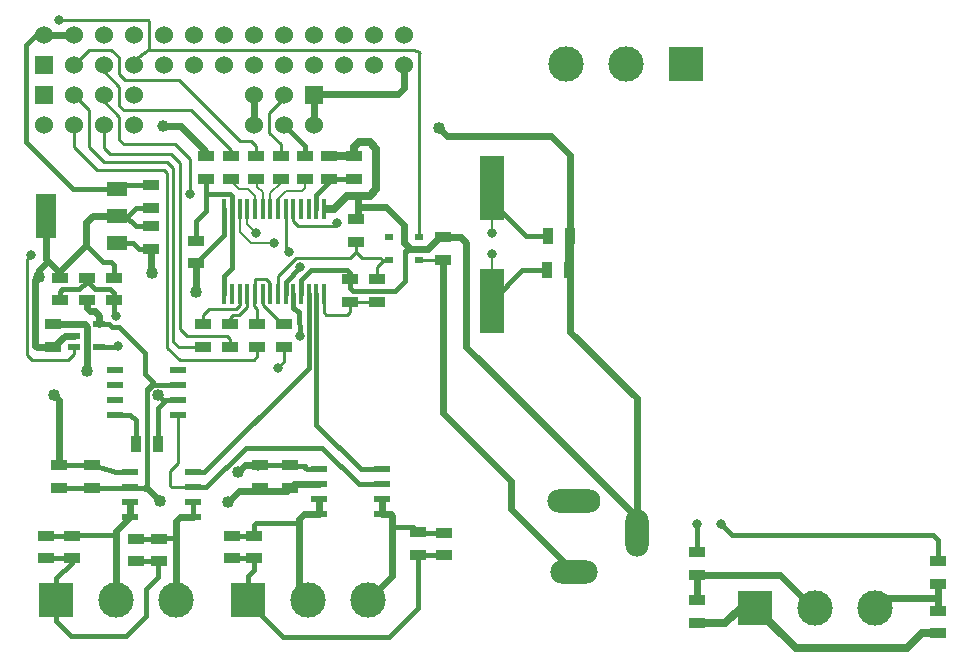
<source format=gtl>
G04 (created by PCBNEW (2013-08-09 BZR 4280)-product) date 8/17/2013 3:52:17 PM*
%MOIN*%
G04 Gerber Fmt 3.4, Leading zero omitted, Abs format*
%FSLAX34Y34*%
G01*
G70*
G90*
G04 APERTURE LIST*
%ADD10C,0.001000*%
%ADD11R,0.118100X0.118100*%
%ADD12C,0.118100*%
%ADD13R,0.060000X0.060000*%
%ADD14C,0.060000*%
%ADD15R,0.055000X0.035000*%
%ADD16R,0.035000X0.055000*%
%ADD17O,0.078700X0.157500*%
%ADD18O,0.157500X0.078700*%
%ADD19O,0.177200X0.078700*%
%ADD20R,0.039400X0.023600*%
%ADD21R,0.070900X0.051200*%
%ADD22R,0.070900X0.149600*%
%ADD23R,0.030000X0.020000*%
%ADD24R,0.055100X0.023600*%
%ADD25R,0.016000X0.065000*%
%ADD26R,0.078700X0.216500*%
%ADD27C,0.040000*%
%ADD28C,0.039370*%
%ADD29C,0.032000*%
%ADD30C,0.018000*%
%ADD31C,0.010000*%
%ADD32C,0.024000*%
%ADD33C,0.025000*%
%ADD34C,0.007874*%
G04 APERTURE END LIST*
G54D10*
G54D11*
X65800Y-63600D03*
G54D12*
X67800Y-63600D03*
X69800Y-63600D03*
G54D13*
X65389Y-46774D03*
G54D14*
X65389Y-47774D03*
X66389Y-46774D03*
X66389Y-47774D03*
X67389Y-46774D03*
X67389Y-47774D03*
X68389Y-46774D03*
X68389Y-47774D03*
G54D13*
X65385Y-45776D03*
G54D14*
X65385Y-44776D03*
X66385Y-45776D03*
X66385Y-44776D03*
X67385Y-45776D03*
X67385Y-44776D03*
X68385Y-45776D03*
X68385Y-44776D03*
X69385Y-45776D03*
X69385Y-44776D03*
X70385Y-45776D03*
X70385Y-44776D03*
X71385Y-45776D03*
X71385Y-44776D03*
X72385Y-45776D03*
X72385Y-44776D03*
X73385Y-45776D03*
X73385Y-44776D03*
X74385Y-45776D03*
X74385Y-44776D03*
X75385Y-45776D03*
X75385Y-44776D03*
X76385Y-45776D03*
X76385Y-44776D03*
X77385Y-45776D03*
X77385Y-44776D03*
G54D15*
X65680Y-54425D03*
X65680Y-55175D03*
X78700Y-52275D03*
X78700Y-51525D03*
X68954Y-51905D03*
X68954Y-51155D03*
X67718Y-53624D03*
X67718Y-52874D03*
X68948Y-49785D03*
X68948Y-50535D03*
X75800Y-51675D03*
X75800Y-50925D03*
G54D16*
X68445Y-58400D03*
X69195Y-58400D03*
G54D15*
X87144Y-62023D03*
X87144Y-62773D03*
X95190Y-62325D03*
X95190Y-63075D03*
X75600Y-53675D03*
X75600Y-52925D03*
X72600Y-59875D03*
X72600Y-59125D03*
X73600Y-59875D03*
X73600Y-59125D03*
X70470Y-51635D03*
X70470Y-52385D03*
G54D16*
X82145Y-52620D03*
X82895Y-52620D03*
G54D15*
X75720Y-49575D03*
X75720Y-48825D03*
X74900Y-49575D03*
X74900Y-48825D03*
G54D16*
X82185Y-51480D03*
X82935Y-51480D03*
G54D15*
X65900Y-59875D03*
X65900Y-59125D03*
X67000Y-59875D03*
X67000Y-59125D03*
X76500Y-52925D03*
X76500Y-53675D03*
X70800Y-49575D03*
X70800Y-48825D03*
G54D17*
X85147Y-61382D03*
G54D18*
X83060Y-62662D03*
G54D19*
X83060Y-60299D03*
G54D11*
X89100Y-63860D03*
G54D12*
X91100Y-63860D03*
X93100Y-63860D03*
G54D11*
X86780Y-45740D03*
G54D12*
X84780Y-45740D03*
X82780Y-45740D03*
G54D13*
X74380Y-46780D03*
G54D14*
X74380Y-47780D03*
X73380Y-46780D03*
X73380Y-47780D03*
X72380Y-46780D03*
X72380Y-47780D03*
G54D11*
X72200Y-63600D03*
G54D12*
X74200Y-63600D03*
X76200Y-63600D03*
G54D15*
X66815Y-52874D03*
X66815Y-53624D03*
X65920Y-52865D03*
X65920Y-53615D03*
X87160Y-63615D03*
X87160Y-64365D03*
X95200Y-63965D03*
X95200Y-64715D03*
X70700Y-55175D03*
X70700Y-54425D03*
X72500Y-55175D03*
X72500Y-54425D03*
X71600Y-55175D03*
X71600Y-54425D03*
X73400Y-55175D03*
X73400Y-54425D03*
X72440Y-49575D03*
X72440Y-48825D03*
X74080Y-49575D03*
X74080Y-48825D03*
X71620Y-49575D03*
X71620Y-48825D03*
X73280Y-49575D03*
X73280Y-48825D03*
G54D20*
X66384Y-54425D03*
X66384Y-55175D03*
X66384Y-54800D03*
X67216Y-55175D03*
X67216Y-54425D03*
G54D21*
X67821Y-51706D03*
X67821Y-50800D03*
X67821Y-49894D03*
G54D22*
X65459Y-50800D03*
G54D23*
X77900Y-52275D03*
X77900Y-51525D03*
X76900Y-52275D03*
X77900Y-51900D03*
X76900Y-51525D03*
G54D24*
X67770Y-57450D03*
X69870Y-57450D03*
X67770Y-56950D03*
X67770Y-56450D03*
X67770Y-55950D03*
X69870Y-56950D03*
X69870Y-56450D03*
X69870Y-55950D03*
G54D25*
X72932Y-53397D03*
X73188Y-53397D03*
X73444Y-53397D03*
X73700Y-53397D03*
X72164Y-50563D03*
X72164Y-53397D03*
X72420Y-53397D03*
X72676Y-53397D03*
X73956Y-50563D03*
X73700Y-50563D03*
X73444Y-50563D03*
X73188Y-50563D03*
X72932Y-50563D03*
X72676Y-50563D03*
X73956Y-53397D03*
X72420Y-50563D03*
X71908Y-50563D03*
X71653Y-50563D03*
X71397Y-50563D03*
X71397Y-53397D03*
X71653Y-53397D03*
X71908Y-53397D03*
X74212Y-53397D03*
X74467Y-53397D03*
X74723Y-53397D03*
X74723Y-50563D03*
X74467Y-50563D03*
X74212Y-50563D03*
G54D24*
X68250Y-60850D03*
X70350Y-60850D03*
X68250Y-60350D03*
X68250Y-59850D03*
X68250Y-59350D03*
X70350Y-60350D03*
X70350Y-59850D03*
X70350Y-59350D03*
X74550Y-60750D03*
X76650Y-60750D03*
X74550Y-60250D03*
X74550Y-59750D03*
X74550Y-59250D03*
X76650Y-60250D03*
X76650Y-59750D03*
X76650Y-59250D03*
G54D26*
X80320Y-53630D03*
X80320Y-49890D03*
G54D15*
X71670Y-62220D03*
X71670Y-61470D03*
X72401Y-62220D03*
X72401Y-61470D03*
X77865Y-62100D03*
X77865Y-61350D03*
X78720Y-62115D03*
X78720Y-61365D03*
X69230Y-62318D03*
X69230Y-61568D03*
X68467Y-62318D03*
X68467Y-61568D03*
X65457Y-62213D03*
X65457Y-61463D03*
X66325Y-62220D03*
X66325Y-61470D03*
G54D27*
X71533Y-60347D03*
X69251Y-60305D03*
X71862Y-59346D03*
X65730Y-56770D03*
X69192Y-56772D03*
X65208Y-52833D03*
X69000Y-52700D03*
X66820Y-55960D03*
X78556Y-47880D03*
X70460Y-53340D03*
G54D28*
X69360Y-47820D03*
G54D29*
X64965Y-52125D03*
X65905Y-44282D03*
X87960Y-61080D03*
X73906Y-54802D03*
X73920Y-52494D03*
X87142Y-61072D03*
X72460Y-51380D03*
X80320Y-51360D03*
X73060Y-51700D03*
X80320Y-52060D03*
X67858Y-55146D03*
X67795Y-54159D03*
X73560Y-52000D03*
X75160Y-51052D03*
X73180Y-55860D03*
X70240Y-50060D03*
G54D30*
X65457Y-62213D02*
X66318Y-62213D01*
X65800Y-62888D02*
X65800Y-63600D01*
X66311Y-62377D02*
X65800Y-62888D01*
X66311Y-62220D02*
X66311Y-62377D01*
X66318Y-62213D02*
X66311Y-62220D01*
X65457Y-61463D02*
X66318Y-61463D01*
X66328Y-61453D02*
X67800Y-61453D01*
X66318Y-61463D02*
X66328Y-61453D01*
G54D31*
X76900Y-52275D02*
X76675Y-52275D01*
X76000Y-52200D02*
X75800Y-52000D01*
X76600Y-52200D02*
X76000Y-52200D01*
X76675Y-52275D02*
X76600Y-52200D01*
X75800Y-51675D02*
X75800Y-52000D01*
X73188Y-52812D02*
X73188Y-53397D01*
X75800Y-52000D02*
X75600Y-52200D01*
X75600Y-52200D02*
X73800Y-52200D01*
X73800Y-52200D02*
X73188Y-52812D01*
X76500Y-52925D02*
X76500Y-52500D01*
X76875Y-52300D02*
X76900Y-52275D01*
X76700Y-52300D02*
X76875Y-52300D01*
X76500Y-52500D02*
X76700Y-52300D01*
G54D30*
X66840Y-49898D02*
X66345Y-49898D01*
X66345Y-49898D02*
X64782Y-48335D01*
X68948Y-49785D02*
X67930Y-49785D01*
X67930Y-49785D02*
X67821Y-49894D01*
X67821Y-49894D02*
X67266Y-49894D01*
X67266Y-49894D02*
X66840Y-49898D01*
X66840Y-49898D02*
X66740Y-49900D01*
G54D31*
X67930Y-49785D02*
X67821Y-49894D01*
G54D32*
X68740Y-59875D02*
X68821Y-59875D01*
X73725Y-59750D02*
X74550Y-59750D01*
X73485Y-59990D02*
X73725Y-59750D01*
X71890Y-59990D02*
X73485Y-59990D01*
X71533Y-60347D02*
X71890Y-59990D01*
X68821Y-59875D02*
X69251Y-60305D01*
X67216Y-54425D02*
X67216Y-54133D01*
X66815Y-53886D02*
X66815Y-53624D01*
X66920Y-53991D02*
X66815Y-53886D01*
X67074Y-53991D02*
X66920Y-53991D01*
X67216Y-54133D02*
X67074Y-53991D01*
G54D30*
X69010Y-56450D02*
X69010Y-56350D01*
X68740Y-56080D02*
X68740Y-55380D01*
X69010Y-56350D02*
X68740Y-56080D01*
X68740Y-55380D02*
X67880Y-54520D01*
X67880Y-54520D02*
X67640Y-54520D01*
X67640Y-54520D02*
X67545Y-54425D01*
X67545Y-54425D02*
X67216Y-54425D01*
X69870Y-56450D02*
X69010Y-56450D01*
X69010Y-56450D02*
X68956Y-56450D01*
X68795Y-59875D02*
X68740Y-59875D01*
X68740Y-59875D02*
X65900Y-59875D01*
X68820Y-59850D02*
X68795Y-59875D01*
X68820Y-56586D02*
X68820Y-59850D01*
X68956Y-56450D02*
X68820Y-56586D01*
G54D31*
X67510Y-54390D02*
X67550Y-54390D01*
X68740Y-56100D02*
X69090Y-56450D01*
X68740Y-55380D02*
X68740Y-56100D01*
X67880Y-54520D02*
X68740Y-55380D01*
X67680Y-54520D02*
X67880Y-54520D01*
X67550Y-54390D02*
X67680Y-54520D01*
X69870Y-56450D02*
X69090Y-56450D01*
X69090Y-56450D02*
X69070Y-56450D01*
X69070Y-56450D02*
X68820Y-56700D01*
X68820Y-56700D02*
X68820Y-59840D01*
X67510Y-54390D02*
X67500Y-54400D01*
X67500Y-54400D02*
X67241Y-54400D01*
X67241Y-54400D02*
X67216Y-54425D01*
X68150Y-59850D02*
X65725Y-59850D01*
X65725Y-59850D02*
X65700Y-59875D01*
G54D30*
X68467Y-62318D02*
X69230Y-62318D01*
X69230Y-62318D02*
X69190Y-62358D01*
X69190Y-62358D02*
X69190Y-62830D01*
X69190Y-62830D02*
X68780Y-63240D01*
X68780Y-63240D02*
X68780Y-64140D01*
X68780Y-64140D02*
X68110Y-64810D01*
X68110Y-64810D02*
X66290Y-64810D01*
X66290Y-64810D02*
X65800Y-64320D01*
X65800Y-64320D02*
X65800Y-63600D01*
X71670Y-62220D02*
X72401Y-62220D01*
X77865Y-62100D02*
X78705Y-62100D01*
X78705Y-62100D02*
X78720Y-62115D01*
X72200Y-63600D02*
X72200Y-62800D01*
X72401Y-62599D02*
X72401Y-62220D01*
X72200Y-62800D02*
X72401Y-62599D01*
X72200Y-63600D02*
X72200Y-63680D01*
X77865Y-63870D02*
X77865Y-62100D01*
X76890Y-64845D02*
X77865Y-63870D01*
X73365Y-64845D02*
X76890Y-64845D01*
X72200Y-63680D02*
X73365Y-64845D01*
G54D32*
X65208Y-52833D02*
X65208Y-52618D01*
X65208Y-52618D02*
X65492Y-52333D01*
G54D30*
X74091Y-59130D02*
X74091Y-59193D01*
X72765Y-59125D02*
X72665Y-59124D01*
X72665Y-59124D02*
X74091Y-59130D01*
X72600Y-59125D02*
X72765Y-59125D01*
X74148Y-59250D02*
X74550Y-59250D01*
X74091Y-59193D02*
X74148Y-59250D01*
G54D32*
X72600Y-59125D02*
X72083Y-59125D01*
X72083Y-59125D02*
X71862Y-59346D01*
X65900Y-59125D02*
X65900Y-56940D01*
X65900Y-56940D02*
X65730Y-56770D01*
G54D30*
X75600Y-52925D02*
X75600Y-53200D01*
X75600Y-53200D02*
X75700Y-53300D01*
X75700Y-53300D02*
X77100Y-53300D01*
X77100Y-53300D02*
X77420Y-52980D01*
X77420Y-52980D02*
X77420Y-51990D01*
X77420Y-51990D02*
X77555Y-51855D01*
X75600Y-52925D02*
X75600Y-52700D01*
X75600Y-52700D02*
X75500Y-52600D01*
X75500Y-52600D02*
X74300Y-52600D01*
X74300Y-52600D02*
X73956Y-52944D01*
X73956Y-52944D02*
X73956Y-53397D01*
X65900Y-59125D02*
X67000Y-59125D01*
X67000Y-59125D02*
X67802Y-59356D01*
X67802Y-59356D02*
X68250Y-59350D01*
G54D33*
X87160Y-64365D02*
X88105Y-64365D01*
X88610Y-63860D02*
X89100Y-63860D01*
X88105Y-64365D02*
X88610Y-63860D01*
X95200Y-64715D02*
X94645Y-64715D01*
X90460Y-65220D02*
X89100Y-63860D01*
X94140Y-65220D02*
X90460Y-65220D01*
X94645Y-64715D02*
X94140Y-65220D01*
G54D31*
X75600Y-52925D02*
X75600Y-53200D01*
X75600Y-53200D02*
X75700Y-53300D01*
G54D33*
X75720Y-48500D02*
X75720Y-48825D01*
X75880Y-48340D02*
X75720Y-48500D01*
X76240Y-48340D02*
X75880Y-48340D01*
X76460Y-48560D02*
X76240Y-48340D01*
X76460Y-49920D02*
X76460Y-48560D01*
X76240Y-50140D02*
X76460Y-49920D01*
X75720Y-48825D02*
X74900Y-48825D01*
G54D31*
X72525Y-59250D02*
X72400Y-59125D01*
X65700Y-59125D02*
X66900Y-59125D01*
X66900Y-59125D02*
X66925Y-59100D01*
X73956Y-53397D02*
X73956Y-52944D01*
X75600Y-52700D02*
X75600Y-52925D01*
X75500Y-52600D02*
X75600Y-52700D01*
X74300Y-52600D02*
X75500Y-52600D01*
X73956Y-52944D02*
X74300Y-52600D01*
X75700Y-53300D02*
X77100Y-53300D01*
G54D33*
X75840Y-50140D02*
X76240Y-50140D01*
G54D32*
X75840Y-50160D02*
X75840Y-50500D01*
G54D31*
X75840Y-50140D02*
X75840Y-50160D01*
X77100Y-53300D02*
X77420Y-52980D01*
G54D33*
X74820Y-50563D02*
X75057Y-50563D01*
X75480Y-50140D02*
X75840Y-50140D01*
X75057Y-50563D02*
X75480Y-50140D01*
G54D32*
X75840Y-50500D02*
X76800Y-50500D01*
X76800Y-50500D02*
X77400Y-51100D01*
X77400Y-51100D02*
X77400Y-51700D01*
X77400Y-51700D02*
X77555Y-51855D01*
X77555Y-51855D02*
X77600Y-51900D01*
X77600Y-51900D02*
X78180Y-51900D01*
G54D31*
X77420Y-52080D02*
X77600Y-51900D01*
X77420Y-52980D02*
X77420Y-52080D01*
X77400Y-51700D02*
X77600Y-51900D01*
X77400Y-51100D02*
X77400Y-51700D01*
X76800Y-50500D02*
X77400Y-51100D01*
X75900Y-50500D02*
X76800Y-50500D01*
X75800Y-50600D02*
X75900Y-50500D01*
G54D30*
X69192Y-56772D02*
X69370Y-56950D01*
G54D32*
X65188Y-52853D02*
X65208Y-52833D01*
G54D30*
X65230Y-52855D02*
X65208Y-52833D01*
X65230Y-52855D02*
X65259Y-52884D01*
X65214Y-52854D02*
X65188Y-52853D01*
X65188Y-52853D02*
X65208Y-52833D01*
G54D32*
X65097Y-52944D02*
X65208Y-52833D01*
G54D30*
X65208Y-52833D02*
X65188Y-52853D01*
X65188Y-52853D02*
X65214Y-52854D01*
G54D32*
X65459Y-50800D02*
X65459Y-52239D01*
X65097Y-55131D02*
X65097Y-52944D01*
X65141Y-55175D02*
X65097Y-55131D01*
G54D30*
X65492Y-52333D02*
X65553Y-52333D01*
G54D32*
X65459Y-52239D02*
X65553Y-52333D01*
G54D30*
X68954Y-51905D02*
X68545Y-51905D01*
X68346Y-51706D02*
X67821Y-51706D01*
X68545Y-51905D02*
X68346Y-51706D01*
G54D32*
X78700Y-52275D02*
X78700Y-57380D01*
X80960Y-60562D02*
X83060Y-62662D01*
X80960Y-59640D02*
X80960Y-60562D01*
X78700Y-57380D02*
X80960Y-59640D01*
X68954Y-52654D02*
X68954Y-51905D01*
X69000Y-52700D02*
X68954Y-52654D01*
X66384Y-54425D02*
X66745Y-54425D01*
X66820Y-54500D02*
X66820Y-55960D01*
X66745Y-54425D02*
X66820Y-54500D01*
X66384Y-54425D02*
X65680Y-54425D01*
G54D31*
X78700Y-52275D02*
X77900Y-52275D01*
G54D32*
X79140Y-48136D02*
X78812Y-48136D01*
X78812Y-48136D02*
X78556Y-47880D01*
X70470Y-52385D02*
X70470Y-53330D01*
X70470Y-53330D02*
X70460Y-53340D01*
G54D30*
X71397Y-50563D02*
X71397Y-51458D01*
X71397Y-51458D02*
X70470Y-52385D01*
G54D32*
X77385Y-45776D02*
X77385Y-46431D01*
X79090Y-48136D02*
X79140Y-48136D01*
X77385Y-45776D02*
X77385Y-46545D01*
X74409Y-46750D02*
X74380Y-46780D01*
X77180Y-46750D02*
X74409Y-46750D01*
X77385Y-46545D02*
X77180Y-46750D01*
X74380Y-46780D02*
X74380Y-47780D01*
G54D31*
X74380Y-47780D02*
X74380Y-46780D01*
G54D33*
X82895Y-52620D02*
X82895Y-51520D01*
X82895Y-51520D02*
X82935Y-51480D01*
G54D32*
X79140Y-48136D02*
X82280Y-48136D01*
X82280Y-48136D02*
X82920Y-48776D01*
X82920Y-48776D02*
X82920Y-54660D01*
X82920Y-54660D02*
X85147Y-56887D01*
X70800Y-48825D02*
X70800Y-48660D01*
X69960Y-47820D02*
X69360Y-47820D01*
X70800Y-48660D02*
X69960Y-47820D01*
X72380Y-47780D02*
X72380Y-46780D01*
X65553Y-52333D02*
X65897Y-52677D01*
G54D30*
X67357Y-52332D02*
X66800Y-51775D01*
X67613Y-52332D02*
X67357Y-52332D01*
G54D32*
X66800Y-51020D02*
X66800Y-51775D01*
X67020Y-50800D02*
X66800Y-51020D01*
X66800Y-51775D02*
X65897Y-52677D01*
X65897Y-52677D02*
X65900Y-52680D01*
G54D30*
X67718Y-52437D02*
X67613Y-52332D01*
G54D32*
X65680Y-55175D02*
X65141Y-55175D01*
G54D30*
X67718Y-52874D02*
X67718Y-52437D01*
G54D32*
X67821Y-50800D02*
X67020Y-50800D01*
X85147Y-56887D02*
X85147Y-61382D01*
X78700Y-51525D02*
X79275Y-51525D01*
X79275Y-51525D02*
X79460Y-51710D01*
X79460Y-51710D02*
X79460Y-55160D01*
X79460Y-55160D02*
X85147Y-60847D01*
X85147Y-60847D02*
X85147Y-61382D01*
G54D30*
X69370Y-56950D02*
X69870Y-56950D01*
X68954Y-51155D02*
X68455Y-51155D01*
X68455Y-51155D02*
X68100Y-50800D01*
X68100Y-50800D02*
X67821Y-50800D01*
X68948Y-50535D02*
X68465Y-50535D01*
X68465Y-50535D02*
X68200Y-50800D01*
X68200Y-50800D02*
X67821Y-50800D01*
X69870Y-56950D02*
X69470Y-56950D01*
X69470Y-56950D02*
X69195Y-57225D01*
X69195Y-57225D02*
X69195Y-58400D01*
G54D32*
X65680Y-55175D02*
X65675Y-55175D01*
X66384Y-54800D02*
X66080Y-54800D01*
X65705Y-55175D02*
X65680Y-55175D01*
X66080Y-54800D02*
X65705Y-55175D01*
X78555Y-51525D02*
X78180Y-51900D01*
X78555Y-51525D02*
X78700Y-51525D01*
X75840Y-50500D02*
X75840Y-50885D01*
X75840Y-50885D02*
X75800Y-50925D01*
G54D31*
X75840Y-50885D02*
X75800Y-50925D01*
X69195Y-58600D02*
X69195Y-57225D01*
X69195Y-57225D02*
X69470Y-56950D01*
X68100Y-50800D02*
X67821Y-50800D01*
X68455Y-51155D02*
X68100Y-50800D01*
X67821Y-50800D02*
X68200Y-50800D01*
X68200Y-50800D02*
X68465Y-50535D01*
X75800Y-50925D02*
X75800Y-50600D01*
X77600Y-51900D02*
X77900Y-51900D01*
X64833Y-55433D02*
X64833Y-52256D01*
X65000Y-55600D02*
X66200Y-55600D01*
X66200Y-55600D02*
X66384Y-55416D01*
X66384Y-55175D02*
X66384Y-55416D01*
X64833Y-55433D02*
X65000Y-55600D01*
X64833Y-52256D02*
X64965Y-52125D01*
X68880Y-44380D02*
X68880Y-44319D01*
X68880Y-44319D02*
X68843Y-44282D01*
X68843Y-44282D02*
X65905Y-44282D01*
X68867Y-45264D02*
X68183Y-45780D01*
X68183Y-45738D02*
X68880Y-45240D01*
X68880Y-45240D02*
X68880Y-44380D01*
X68183Y-45780D02*
X68183Y-45738D01*
X75159Y-45260D02*
X68867Y-45264D01*
X64965Y-52125D02*
X64950Y-52139D01*
X77900Y-46260D02*
X77900Y-45340D01*
X75159Y-45260D02*
X77720Y-45260D01*
X77720Y-45260D02*
X77900Y-45340D01*
X77900Y-46220D02*
X77900Y-46260D01*
X77900Y-46260D02*
X77900Y-51525D01*
X77900Y-45340D02*
X77920Y-45360D01*
X77900Y-51525D02*
X77900Y-49200D01*
X75160Y-45260D02*
X75159Y-45260D01*
X67385Y-45776D02*
X67385Y-45985D01*
X71620Y-48600D02*
X71620Y-48825D01*
X70300Y-47280D02*
X71620Y-48600D01*
X68040Y-47280D02*
X70300Y-47280D01*
X67900Y-47140D02*
X68040Y-47280D01*
X67900Y-46500D02*
X67900Y-47140D01*
X67385Y-45985D02*
X67900Y-46500D01*
X72440Y-48825D02*
X72440Y-48460D01*
X66901Y-45260D02*
X66385Y-45776D01*
X67620Y-45260D02*
X66901Y-45260D01*
X67880Y-45520D02*
X67620Y-45260D01*
X67880Y-46080D02*
X67880Y-45520D01*
X68080Y-46280D02*
X67880Y-46080D01*
X69880Y-46280D02*
X68080Y-46280D01*
X71920Y-48320D02*
X69880Y-46280D01*
X72300Y-48320D02*
X71920Y-48320D01*
X72440Y-48460D02*
X72300Y-48320D01*
X66385Y-45776D02*
X66385Y-45785D01*
G54D30*
X95190Y-61620D02*
X95190Y-62325D01*
X95010Y-61440D02*
X95190Y-61620D01*
X88320Y-61440D02*
X95010Y-61440D01*
X87960Y-61080D02*
X88320Y-61440D01*
X73900Y-54012D02*
X73906Y-54802D01*
X73444Y-53008D02*
X73444Y-53397D01*
X73920Y-52494D02*
X73444Y-53008D01*
X73700Y-53862D02*
X73900Y-54012D01*
X87144Y-61074D02*
X87142Y-61072D01*
X70350Y-59350D02*
X70730Y-59350D01*
X74212Y-55868D02*
X74212Y-53397D01*
X70730Y-59350D02*
X74212Y-55868D01*
G54D31*
X70250Y-59350D02*
X70750Y-59350D01*
X74200Y-55900D02*
X74200Y-53197D01*
X70750Y-59350D02*
X74200Y-55900D01*
X71600Y-54425D02*
X71600Y-54200D01*
X72164Y-53836D02*
X72164Y-53397D01*
X71900Y-54100D02*
X72164Y-53836D01*
X71700Y-54100D02*
X71900Y-54100D01*
X71600Y-54200D02*
X71700Y-54100D01*
G54D34*
X74080Y-49575D02*
X74080Y-49880D01*
X73188Y-50232D02*
X73188Y-50563D01*
X73440Y-49980D02*
X73188Y-50232D01*
X73980Y-49980D02*
X73440Y-49980D01*
X74080Y-49880D02*
X73980Y-49980D01*
X73280Y-49575D02*
X73280Y-49700D01*
X72932Y-50048D02*
X72932Y-50563D01*
X73280Y-49700D02*
X72932Y-50048D01*
G54D31*
X73400Y-54425D02*
X73325Y-54425D01*
X72676Y-53776D02*
X72676Y-53397D01*
X73325Y-54425D02*
X72676Y-53776D01*
G54D30*
X68467Y-61568D02*
X69230Y-61568D01*
X69230Y-61568D02*
X69268Y-61530D01*
X69268Y-61530D02*
X69800Y-61530D01*
G54D32*
X68250Y-60350D02*
X68250Y-60850D01*
X67945Y-61155D02*
X68250Y-60850D01*
X69800Y-63600D02*
X69800Y-61860D01*
X69800Y-61860D02*
X69800Y-61530D01*
X69800Y-61530D02*
X69800Y-60980D01*
X69800Y-60980D02*
X69930Y-60850D01*
X67800Y-61300D02*
X67945Y-61155D01*
G54D30*
X67770Y-57450D02*
X68270Y-57450D01*
X68270Y-57450D02*
X68445Y-57625D01*
X68445Y-57625D02*
X68445Y-58400D01*
G54D31*
X68445Y-57625D02*
X68445Y-58600D01*
X68270Y-57450D02*
X68445Y-57625D01*
G54D30*
X64782Y-48335D02*
X64782Y-47777D01*
X64782Y-45116D02*
X64782Y-47777D01*
G54D32*
X66385Y-44776D02*
X65385Y-44776D01*
G54D30*
X65283Y-44713D02*
X65191Y-44713D01*
X65191Y-44713D02*
X64782Y-45123D01*
X73900Y-61035D02*
X72465Y-61035D01*
X72401Y-61099D02*
X72401Y-61470D01*
X72465Y-61035D02*
X72401Y-61099D01*
X72401Y-61470D02*
X71670Y-61470D01*
X77000Y-61190D02*
X77705Y-61190D01*
X77880Y-61365D02*
X78720Y-61365D01*
X77705Y-61190D02*
X77880Y-61365D01*
G54D32*
X76650Y-60250D02*
X76650Y-60750D01*
X76650Y-60750D02*
X76950Y-60750D01*
X77000Y-60800D02*
X77000Y-61190D01*
X77000Y-61190D02*
X77000Y-62800D01*
X76950Y-60750D02*
X77000Y-60800D01*
X73900Y-63300D02*
X74200Y-63600D01*
X73900Y-60900D02*
X73900Y-61035D01*
X73900Y-61035D02*
X73900Y-63300D01*
X74050Y-60750D02*
X73900Y-60900D01*
G54D31*
X73280Y-48825D02*
X73280Y-48420D01*
X73380Y-46880D02*
X73380Y-46780D01*
X72900Y-47360D02*
X73380Y-46880D01*
X72900Y-48040D02*
X72900Y-47360D01*
X73280Y-48420D02*
X72900Y-48040D01*
G54D32*
X77000Y-62800D02*
X76200Y-63600D01*
X74550Y-60750D02*
X74050Y-60750D01*
X74550Y-60750D02*
X74550Y-60250D01*
G54D30*
X82185Y-51480D02*
X81460Y-51480D01*
X81460Y-51480D02*
X80320Y-50340D01*
X80320Y-50340D02*
X80320Y-49890D01*
G54D34*
X80320Y-49890D02*
X80320Y-51360D01*
X72164Y-51084D02*
X72164Y-50563D01*
X72460Y-51380D02*
X72164Y-51084D01*
G54D30*
X82145Y-52620D02*
X81330Y-52620D01*
X81330Y-52620D02*
X80320Y-53630D01*
G54D34*
X80320Y-53630D02*
X80320Y-52060D01*
X71908Y-51348D02*
X71908Y-50563D01*
X72280Y-51720D02*
X71908Y-51348D01*
X73040Y-51720D02*
X72280Y-51720D01*
X73060Y-51700D02*
X73040Y-51720D01*
G54D30*
X67718Y-53624D02*
X67718Y-54082D01*
X67829Y-55175D02*
X67216Y-55175D01*
X67858Y-55146D02*
X67829Y-55175D01*
X67718Y-54082D02*
X67795Y-54159D01*
X66815Y-52874D02*
X66815Y-52990D01*
X67718Y-53375D02*
X67718Y-53624D01*
X67599Y-53256D02*
X67718Y-53375D01*
X67081Y-53256D02*
X67599Y-53256D01*
X66815Y-52990D02*
X67081Y-53256D01*
X65920Y-53615D02*
X65920Y-53332D01*
X66815Y-53004D02*
X66815Y-52874D01*
X66570Y-53249D02*
X66815Y-53004D01*
X66003Y-53249D02*
X66570Y-53249D01*
X65920Y-53332D02*
X66003Y-53249D01*
X70800Y-49575D02*
X70800Y-50650D01*
X70470Y-50980D02*
X70470Y-51635D01*
X70800Y-50650D02*
X70470Y-50980D01*
X71653Y-52547D02*
X71397Y-52803D01*
X70800Y-49575D02*
X70800Y-50020D01*
X70800Y-50020D02*
X70860Y-50080D01*
X70860Y-50080D02*
X71580Y-50080D01*
X71580Y-50080D02*
X71653Y-50153D01*
X71653Y-50153D02*
X71653Y-50563D01*
X71653Y-50563D02*
X71653Y-52547D01*
X71397Y-52803D02*
X71397Y-53397D01*
G54D34*
X71653Y-50153D02*
X71653Y-50563D01*
X71580Y-50080D02*
X71653Y-50153D01*
X70860Y-50080D02*
X71580Y-50080D01*
X70800Y-50020D02*
X70860Y-50080D01*
G54D31*
X71397Y-53397D02*
X71397Y-52803D01*
G54D30*
X70350Y-60350D02*
X70350Y-60850D01*
G54D32*
X69930Y-60850D02*
X70350Y-60850D01*
X67800Y-63600D02*
X67800Y-61453D01*
X67800Y-61453D02*
X67800Y-61300D01*
X87160Y-63615D02*
X87160Y-62789D01*
X87160Y-62789D02*
X87144Y-62773D01*
G54D34*
X87144Y-62773D02*
X90013Y-62773D01*
G54D32*
X89923Y-62773D02*
X87144Y-62773D01*
X93205Y-63965D02*
X93100Y-63860D01*
X93205Y-63965D02*
X93100Y-63860D01*
X95190Y-63532D02*
X93428Y-63532D01*
X93428Y-63532D02*
X93100Y-63860D01*
X95200Y-63542D02*
X95190Y-63532D01*
G54D30*
X74080Y-48825D02*
X74080Y-48460D01*
X74080Y-48460D02*
X73400Y-47780D01*
X73400Y-47780D02*
X73380Y-47780D01*
G54D31*
X73400Y-47780D02*
X73380Y-47780D01*
X74080Y-48460D02*
X73400Y-47780D01*
G54D32*
X95200Y-63965D02*
X95200Y-63542D01*
G54D34*
X90013Y-62773D02*
X91100Y-63860D01*
G54D32*
X91100Y-63860D02*
X91010Y-63860D01*
X91010Y-63860D02*
X89923Y-62773D01*
X95190Y-63075D02*
X95190Y-63532D01*
X95190Y-63955D02*
X95200Y-63965D01*
G54D34*
X95190Y-63955D02*
X95095Y-63860D01*
X72500Y-49575D02*
X72500Y-49840D01*
X72676Y-50016D02*
X72676Y-50563D01*
X72500Y-49840D02*
X72676Y-50016D01*
X71700Y-49575D02*
X71700Y-49720D01*
X72420Y-50140D02*
X72420Y-50563D01*
X72200Y-49920D02*
X72420Y-50140D01*
X71900Y-49920D02*
X72200Y-49920D01*
X71700Y-49720D02*
X71900Y-49920D01*
G54D30*
X74900Y-49575D02*
X74900Y-49660D01*
X74900Y-49660D02*
X74467Y-50093D01*
X74467Y-50093D02*
X74467Y-50563D01*
X75720Y-49575D02*
X74900Y-49575D01*
G54D31*
X74900Y-49660D02*
X74467Y-50093D01*
X74467Y-50093D02*
X74467Y-50563D01*
G54D34*
X74467Y-50093D02*
X74467Y-50563D01*
X74900Y-49660D02*
X74467Y-50093D01*
G54D31*
X76500Y-53675D02*
X75600Y-53675D01*
X75600Y-53675D02*
X75600Y-54000D01*
X75600Y-54000D02*
X75500Y-54100D01*
X75500Y-54100D02*
X74800Y-54100D01*
X74800Y-54100D02*
X74723Y-54023D01*
X74723Y-54023D02*
X74723Y-53397D01*
X72420Y-53397D02*
X72420Y-52920D01*
X72932Y-53032D02*
X72932Y-53397D01*
X72800Y-52900D02*
X72932Y-53032D01*
X72440Y-52900D02*
X72800Y-52900D01*
X72420Y-52920D02*
X72440Y-52900D01*
X72500Y-54425D02*
X72500Y-53900D01*
X72400Y-53417D02*
X72420Y-53397D01*
X72400Y-53800D02*
X72400Y-53417D01*
X72500Y-53900D02*
X72400Y-53800D01*
X71908Y-53397D02*
X71908Y-53792D01*
X70700Y-54100D02*
X70700Y-54425D01*
X70800Y-54000D02*
X70700Y-54100D01*
X70900Y-53900D02*
X70800Y-54000D01*
X71800Y-53900D02*
X70900Y-53900D01*
X71908Y-53792D02*
X71800Y-53900D01*
X73444Y-50563D02*
X73444Y-51884D01*
X73444Y-51884D02*
X73560Y-52000D01*
X75062Y-51150D02*
X73858Y-51150D01*
X75160Y-51052D02*
X75062Y-51150D01*
X73858Y-51150D02*
X73700Y-50992D01*
X73700Y-50992D02*
X73700Y-50563D01*
X66389Y-46774D02*
X66394Y-46774D01*
X69875Y-55175D02*
X70700Y-55175D01*
X69700Y-55000D02*
X69875Y-55175D01*
X69700Y-49200D02*
X69700Y-55000D01*
X69500Y-49000D02*
X69700Y-49200D01*
X67380Y-49000D02*
X69500Y-49000D01*
X66880Y-48500D02*
X67380Y-49000D01*
X66880Y-47260D02*
X66880Y-48500D01*
X66394Y-46774D02*
X66880Y-47260D01*
X67389Y-46774D02*
X67389Y-46989D01*
X73400Y-55640D02*
X73400Y-55175D01*
X73180Y-55860D02*
X73400Y-55640D01*
X70240Y-48900D02*
X70240Y-50060D01*
X69760Y-48420D02*
X70240Y-48900D01*
X68060Y-48420D02*
X69760Y-48420D01*
X67900Y-48260D02*
X68060Y-48420D01*
X67900Y-47500D02*
X67900Y-48260D01*
X67389Y-46989D02*
X67900Y-47500D01*
X71600Y-55175D02*
X71600Y-54900D01*
X67389Y-48549D02*
X67389Y-47774D01*
X67580Y-48740D02*
X67389Y-48549D01*
X69620Y-48740D02*
X67580Y-48740D01*
X69920Y-49040D02*
X69620Y-48740D01*
X69920Y-54580D02*
X69920Y-49040D01*
X70140Y-54800D02*
X69920Y-54580D01*
X71500Y-54800D02*
X70140Y-54800D01*
X71600Y-54900D02*
X71500Y-54800D01*
X66389Y-47774D02*
X66389Y-48509D01*
X72500Y-55480D02*
X72500Y-55175D01*
X72380Y-55600D02*
X72500Y-55480D01*
X69920Y-55600D02*
X72380Y-55600D01*
X69480Y-55200D02*
X69920Y-55600D01*
X69480Y-49380D02*
X69480Y-55200D01*
X69400Y-49260D02*
X69480Y-49380D01*
X67140Y-49260D02*
X69400Y-49260D01*
X66389Y-48509D02*
X67140Y-49260D01*
G54D30*
X73700Y-53397D02*
X73700Y-53862D01*
X87144Y-62023D02*
X87144Y-61074D01*
X74467Y-53397D02*
X74467Y-57767D01*
X74467Y-57767D02*
X75950Y-59250D01*
X75950Y-59250D02*
X76650Y-59250D01*
G54D31*
X76650Y-59250D02*
X75950Y-59250D01*
X75950Y-59250D02*
X74467Y-57767D01*
G54D30*
X76650Y-59750D02*
X75878Y-59750D01*
X70805Y-59850D02*
X70350Y-59850D01*
X72128Y-58527D02*
X70805Y-59850D01*
X74655Y-58527D02*
X72128Y-58527D01*
X75878Y-59750D02*
X74655Y-58527D01*
G54D31*
X69870Y-57450D02*
X69870Y-59030D01*
X69650Y-59850D02*
X70250Y-59850D01*
X69600Y-59800D02*
X69600Y-59300D01*
X69650Y-59850D02*
X69600Y-59800D01*
X69870Y-59030D02*
X69600Y-59300D01*
X76600Y-59700D02*
X76650Y-59750D01*
M02*

</source>
